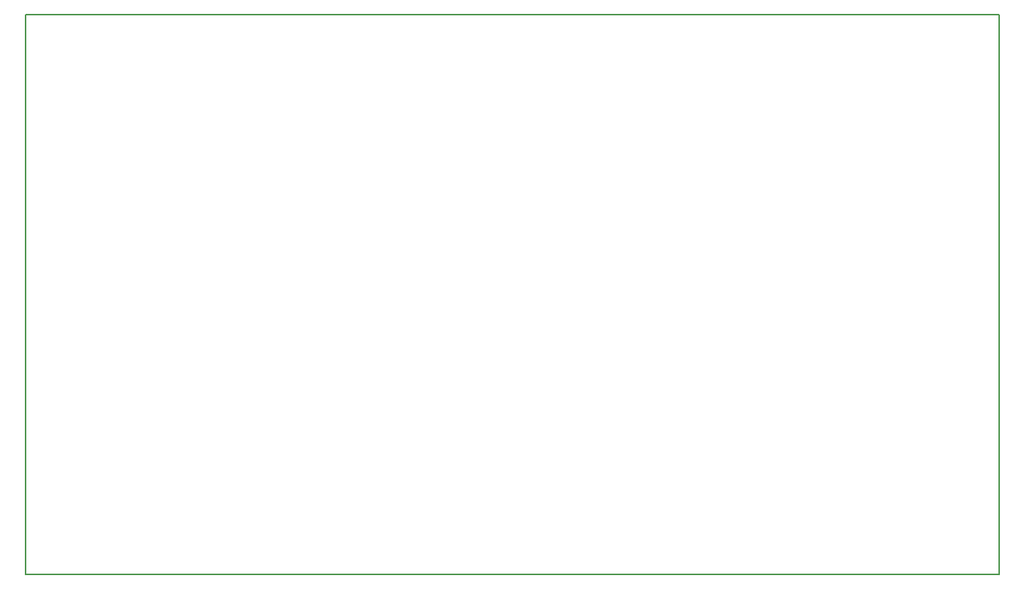
<source format=gm1>
G04 MADE WITH FRITZING*
G04 WWW.FRITZING.ORG*
G04 DOUBLE SIDED*
G04 HOLES PLATED*
G04 CONTOUR ON CENTER OF CONTOUR VECTOR*
%ASAXBY*%
%FSLAX23Y23*%
%MOIN*%
%OFA0B0*%
%SFA1.0B1.0*%
%ADD10R,4.448830X2.559060*%
%ADD11C,0.008000*%
%ADD10C,0.008*%
%LNCONTOUR*%
G90*
G70*
G54D10*
G54D11*
X4Y2555D02*
X4445Y2555D01*
X4445Y4D01*
X4Y4D01*
X4Y2555D01*
D02*
G04 End of contour*
M02*
</source>
